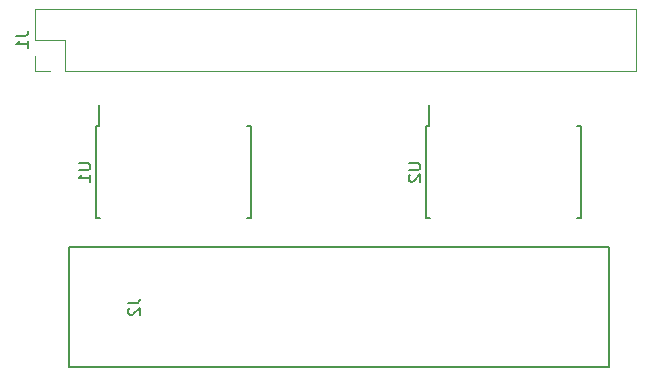
<source format=gbo>
G04 #@! TF.FileFunction,Legend,Bot*
%FSLAX46Y46*%
G04 Gerber Fmt 4.6, Leading zero omitted, Abs format (unit mm)*
G04 Created by KiCad (PCBNEW 4.0.7) date 01/19/18 22:00:28*
%MOMM*%
%LPD*%
G01*
G04 APERTURE LIST*
%ADD10C,0.100000*%
%ADD11C,0.150000*%
%ADD12C,0.120000*%
G04 APERTURE END LIST*
D10*
D11*
X130810000Y-109220000D02*
X130810000Y-119380000D01*
X130810000Y-119380000D02*
X176530000Y-119380000D01*
X176530000Y-119380000D02*
X176530000Y-109220000D01*
X176530000Y-109220000D02*
X130810000Y-109220000D01*
X133125000Y-98995000D02*
X133375000Y-98995000D01*
X133125000Y-106745000D02*
X133460000Y-106745000D01*
X146275000Y-106745000D02*
X145940000Y-106745000D01*
X146275000Y-98995000D02*
X145940000Y-98995000D01*
X133125000Y-98995000D02*
X133125000Y-106745000D01*
X146275000Y-98995000D02*
X146275000Y-106745000D01*
X133375000Y-98995000D02*
X133375000Y-97195000D01*
X161065000Y-98995000D02*
X161315000Y-98995000D01*
X161065000Y-106745000D02*
X161400000Y-106745000D01*
X174215000Y-106745000D02*
X173880000Y-106745000D01*
X174215000Y-98995000D02*
X173880000Y-98995000D01*
X161065000Y-98995000D02*
X161065000Y-106745000D01*
X174215000Y-98995000D02*
X174215000Y-106745000D01*
X161315000Y-98995000D02*
X161315000Y-97195000D01*
D12*
X130531000Y-94268600D02*
X178851000Y-94268600D01*
X178851000Y-94268600D02*
X178851000Y-89068600D01*
X178851000Y-89068600D02*
X127931000Y-89068600D01*
X127931000Y-89068600D02*
X127931000Y-91668600D01*
X127931000Y-91668600D02*
X130531000Y-91668600D01*
X130531000Y-91668600D02*
X130531000Y-94268600D01*
X129261000Y-94268600D02*
X127931000Y-94268600D01*
X127931000Y-94268600D02*
X127931000Y-92998600D01*
D11*
X135842381Y-113966667D02*
X136556667Y-113966667D01*
X136699524Y-113919047D01*
X136794762Y-113823809D01*
X136842381Y-113680952D01*
X136842381Y-113585714D01*
X135937619Y-114395238D02*
X135890000Y-114442857D01*
X135842381Y-114538095D01*
X135842381Y-114776191D01*
X135890000Y-114871429D01*
X135937619Y-114919048D01*
X136032857Y-114966667D01*
X136128095Y-114966667D01*
X136270952Y-114919048D01*
X136842381Y-114347619D01*
X136842381Y-114966667D01*
X131652381Y-102108095D02*
X132461905Y-102108095D01*
X132557143Y-102155714D01*
X132604762Y-102203333D01*
X132652381Y-102298571D01*
X132652381Y-102489048D01*
X132604762Y-102584286D01*
X132557143Y-102631905D01*
X132461905Y-102679524D01*
X131652381Y-102679524D01*
X132652381Y-103679524D02*
X132652381Y-103108095D01*
X132652381Y-103393809D02*
X131652381Y-103393809D01*
X131795238Y-103298571D01*
X131890476Y-103203333D01*
X131938095Y-103108095D01*
X159592381Y-102108095D02*
X160401905Y-102108095D01*
X160497143Y-102155714D01*
X160544762Y-102203333D01*
X160592381Y-102298571D01*
X160592381Y-102489048D01*
X160544762Y-102584286D01*
X160497143Y-102631905D01*
X160401905Y-102679524D01*
X159592381Y-102679524D01*
X159687619Y-103108095D02*
X159640000Y-103155714D01*
X159592381Y-103250952D01*
X159592381Y-103489048D01*
X159640000Y-103584286D01*
X159687619Y-103631905D01*
X159782857Y-103679524D01*
X159878095Y-103679524D01*
X160020952Y-103631905D01*
X160592381Y-103060476D01*
X160592381Y-103679524D01*
X126383381Y-91335267D02*
X127097667Y-91335267D01*
X127240524Y-91287647D01*
X127335762Y-91192409D01*
X127383381Y-91049552D01*
X127383381Y-90954314D01*
X127383381Y-92335267D02*
X127383381Y-91763838D01*
X127383381Y-92049552D02*
X126383381Y-92049552D01*
X126526238Y-91954314D01*
X126621476Y-91859076D01*
X126669095Y-91763838D01*
M02*

</source>
